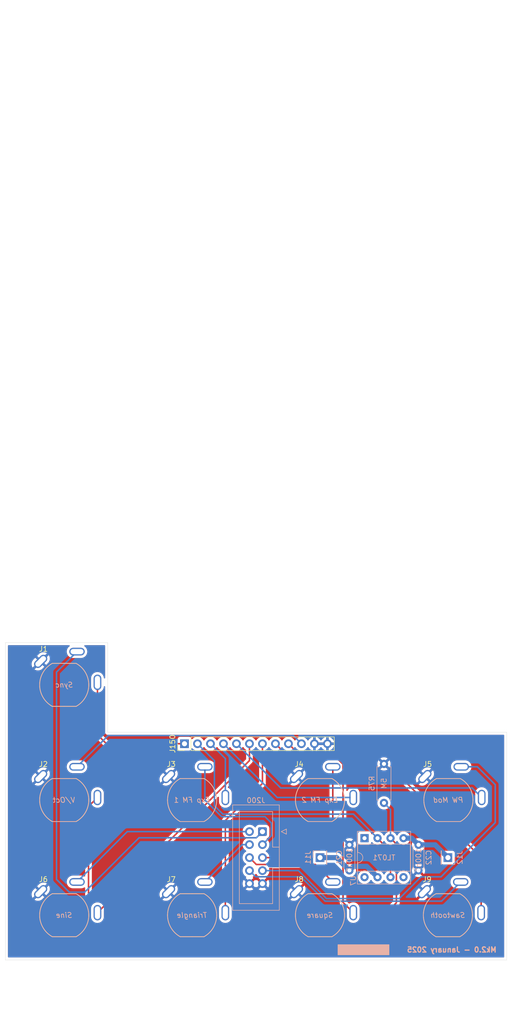
<source format=kicad_pcb>
(kicad_pcb (version 20240108) (generator "pcbnew") (generator_version "8.0")
  (title_block (title "VCO mki PCB") (date "2024-06-16") (rev "1") (company "DMH"))
  (layers (0 "F.Cu" signal) (31 "B.Cu" signal) (34 "B.Paste" user) (35 "F.Paste" user) (36 "B.SilkS" user "B.Silkscreen") (37 "F.SilkS" user "F.Silkscreen") (38 "B.Mask" user) (39 "F.Mask" user) (44 "Edge.Cuts" user))
  (net 0 "")
  (net 1 "GND")
  (net 2 "Net-(J150-Pin_1)")
  (net 3 "Net-(J150-Pin_10)")
  (net 4 "Net-(J200-Pin_1)")
  (net 5 "Net-(J200-Pin_3)")
  (net 6 "Net-(J200-Pin_4)")
  (net 7 "+12V")
  (net 8 "Net-(J200-Pin_6)")
  (net 9 "Net-(J200-Pin_7)")
  (net 10 "Net-(J200-Pin_8)")
  (net 11 "Net-(J200-Pin_9)")
  (net 12 "-12V")
  (net 13 "Net-(U7-+)")
  (net 14 "Net-(J150-Pin_3)")
  (net 15 "Net-(J150-Pin_4)")
  (net 16 "Net-(J150-Pin_5)")
  (net 17 "Net-(J150-Pin_2)")
  (net 18 "Net-(J150-Pin_7)")
  (net 19 "Net-(J150-Pin_8)")
  (net 20 "Net-(J150-Pin_6)")
  (net 21 "Net-(J150-Pin_9)")
  (net 22 "Net-(J200-Pin_2)")
  (footprint "SynthStuff:CUI_MJ-63052A" (layer "F.Cu") (at 137.5 228.75)
    (property "Reference" "J9" (at -4.075 -7 0) (layer "F.SilkS"))
    (property "Value" "TS_Jack_6.35mm_Sw")
    (property "Function" "Sawtooth" (at 0 0 0) (layer "B.SilkS") (effects (font (thickness 0.15) (italic yes)) (justify mirror)))
    (fp_line (start 0 -4.2) (end -2.35 -4.2) (stroke (width 0.15)) (layer "B.SilkS"))
    (fp_line (start 0 -4.2) (end 2.35 -4.2) (stroke (width 0.15)) (layer "B.SilkS"))
    (fp_line (start 0 4.2) (end -2.35 4.2) (stroke (width 0.15)) (layer "B.SilkS"))
    (fp_line (start 0 4.2) (end 2.35 4.2) (stroke (width 0.15)) (layer "B.SilkS"))
    (fp_arc (start -4.8 0) (mid -4.14066 -2.427948) (end -2.343778 -4.188879) (stroke (width 0.15)) (layer "B.SilkS"))
    (fp_arc (start -2.343778 4.188879) (mid -4.14066 2.427948) (end -4.8 0) (stroke (width 0.15)) (layer "B.SilkS"))
    (fp_arc (start 2.343778 -4.188879) (mid 4.14066 -2.427948) (end 4.8 0) (stroke (width 0.15)) (layer "B.SilkS"))
    (fp_arc (start 4.8 0) (mid 4.14066 2.427948) (end 2.343778 4.188879) (stroke (width 0.15)) (layer "B.SilkS"))
    (fp_line (start 0 -4.2) (end -2.35 -4.2) (stroke (width 0.15)) (layer "F.SilkS"))
    (fp_line (start 0 -4.2) (end 2.35 -4.2) (stroke (width 0.15)) (layer "F.SilkS"))
    (fp_line (start 0 4.2) (end -2.35 4.2) (stroke (width 0.15)) (layer "F.SilkS"))
    (fp_line (start 0 4.2) (end 2.35 4.2) (stroke (width 0.15)) (layer "F.SilkS"))
    (fp_arc (start -4.8 0) (mid -4.14066 -2.427948) (end -2.343778 -4.188879) (stroke (width 0.15)) (layer "F.SilkS"))
    (fp_arc (start -2.343778 4.188879) (mid -4.14066 2.427948) (end -4.8 0) (stroke (width 0.15)) (layer "F.SilkS"))
    (fp_arc (start 2.343778 -4.188879) (mid 4.14066 -2.427948) (end 4.8 0) (stroke (width 0.15)) (layer "F.SilkS"))
    (fp_arc (start 4.8 0) (mid 4.14066 2.427948) (end 2.343778 4.188879) (stroke (width 0.15)) (layer "F.SilkS"))
    (pad "S" thru_hole oval (at -4.59619 -4.59619 315) (size 1.508 3.016) (drill oval 1 2.5) (layers "*.Cu" "*.Mask") (net 1 "GND"))
    (pad "T" thru_hole oval (at 6.5 -0.5) (size 1.508 3.016) (drill oval 1 2.5) (layers "*.Cu" "*.Mask") (net 21 "Net-(J150-Pin_9)"))
    (pad "TN" thru_hole oval (at 2.5 -6.5) (size 3.016 1.508) (drill oval 2.5 1) (layers "*.Cu" "*.Mask") (net 11 "Net-(J200-Pin_9)"))
  )
  (footprint "SynthStuff:CUI_MJ-63052A" (layer "F.Cu") (at 87.5 228.75)
    (property "Reference" "J7" (at -4.075 -7 0) (layer "F.SilkS"))
    (property "Value" "TS_Jack_6.35mm_Sw")
    (property "Function" "Triangle" (at 0 0 0) (layer "B.SilkS") (effects (font (thickness 0.15) (italic yes)) (justify mirror)))
    (fp_line (start 0 -4.2) (end -2.35 -4.2) (stroke (width 0.15)) (layer "B.SilkS"))
    (fp_line (start 0 -4.2) (end 2.35 -4.2) (stroke (width 0.15)) (layer "B.SilkS"))
    (fp_line (start 0 4.2) (end -2.35 4.2) (stroke (width 0.15)) (layer "B.SilkS"))
    (fp_line (start 0 4.2) (end 2.35 4.2) (stroke (width 0.15)) (layer "B.SilkS"))
    (fp_arc (start -4.8 0) (mid -4.14066 -2.427948) (end -2.343778 -4.188879) (stroke (width 0.15)) (layer "B.SilkS"))
    (fp_arc (start -2.343778 4.188879) (mid -4.14066 2.427948) (end -4.8 0) (stroke (width 0.15)) (layer "B.SilkS"))
    (fp_arc (start 2.343778 -4.188879) (mid 4.14066 -2.427948) (end 4.8 0) (stroke (width 0.15)) (layer "B.SilkS"))
    (fp_arc (start 4.8 0) (mid 4.14066 2.427948) (end 2.343778 4.188879) (stroke (width 0.15)) (layer "B.SilkS"))
    (fp_line (start 0 -4.2) (end -2.35 -4.2) (stroke (width 0.15)) (layer "F.SilkS"))
    (fp_line (start 0 -4.2) (end 2.35 -4.2) (stroke (width 0.15)) (layer "F.SilkS"))
    (fp_line (start 0 4.2) (end -2.35 4.2) (stroke (width 0.15)) (layer "F.SilkS"))
    (fp_line (start 0 4.2) (end 2.35 4.2) (stroke (width 0.15)) (layer "F.SilkS"))
    (fp_arc (start -4.8 0) (mid -4.14066 -2.427948) (end -2.343778 -4.188879) (stroke (width 0.15)) (layer "F.SilkS"))
    (fp_arc (start -2.343778 4.188879) (mid -4.14066 2.427948) (end -4.8 0) (stroke (width 0.15)) (layer "F.SilkS"))
    (fp_arc (start 2.343778 -4.188879) (mid 4.14066 -2.427948) (end 4.8 0) (stroke (width 0.15)) (layer "F.SilkS"))
    (fp_arc (start 4.8 0) (mid 4.14066 2.427948) (end 2.343778 4.188879) (stroke (width 0.15)) (layer "F.SilkS"))
    (pad "S" thru_hole oval (at -4.59619 -4.59619 315) (size 1.508 3.016) (drill oval 1 2.5) (layers "*.Cu" "*.Mask") (net 1 "GND"))
    (pad "T" thru_hole oval (at 6.5 -0.5) (size 1.508 3.016) (drill oval 1 2.5) (layers "*.Cu" "*.Mask") (net 18 "Net-(J150-Pin_7)"))
    (pad "TN" thru_hole oval (at 2.5 -6.5) (size 3.016 1.508) (drill oval 2.5 1) (layers "*.Cu" "*.Mask") (net 9 "Net-(J200-Pin_7)"))
  )
  (footprint "SynthStuff:CUI_MJ-63052A" (layer "F.Cu") (at 62.5 183.75)
    (property "Reference" "J1" (at -4.075 -7 0) (layer "F.SilkS"))
    (property "Value" "TS_Jack_6.35mm_Sw")
    (property "Function" "Sync" (at 0 0 0) (layer "B.SilkS") (effects (font (thickness 0.15) (italic yes)) (justify mirror)))
    (fp_line (start 0 -4.2) (end -2.35 -4.2) (stroke (width 0.15)) (layer "B.SilkS"))
    (fp_line (start 0 -4.2) (end 2.35 -4.2) (stroke (width 0.15)) (layer "B.SilkS"))
    (fp_line (start 0 4.2) (end -2.35 4.2) (stroke (width 0.15)) (layer "B.SilkS"))
    (fp_line (start 0 4.2) (end 2.35 4.2) (stroke (width 0.15)) (layer "B.SilkS"))
    (fp_arc (start -4.8 0) (mid -4.14066 -2.427948) (end -2.343778 -4.188879) (stroke (width 0.15)) (layer "B.SilkS"))
    (fp_arc (start -2.343778 4.188879) (mid -4.14066 2.427948) (end -4.8 0) (stroke (width 0.15)) (layer "B.SilkS"))
    (fp_arc (start 2.343778 -4.188879) (mid 4.14066 -2.427948) (end 4.8 0) (stroke (width 0.15)) (layer "B.SilkS"))
    (fp_arc (start 4.8 0) (mid 4.14066 2.427948) (end 2.343778 4.188879) (stroke (width 0.15)) (layer "B.SilkS"))
    (fp_line (start 0 -4.2) (end -2.35 -4.2) (stroke (width 0.15)) (layer "F.SilkS"))
    (fp_line (start 0 -4.2) (end 2.35 -4.2) (stroke (width 0.15)) (layer "F.SilkS"))
    (fp_line (start 0 4.2) (end -2.35 4.2) (stroke (width 0.15)) (layer "F.SilkS"))
    (fp_line (start 0 4.2) (end 2.35 4.2) (stroke (width 0.15)) (layer "F.SilkS"))
    (fp_arc (start -4.8 0) (mid -4.14066 -2.427948) (end -2.343778 -4.188879) (stroke (width 0.15)) (layer "F.SilkS"))
    (fp_arc (start -2.343778 4.188879) (mid -4.14066 2.427948) (end -4.8 0) (stroke (width 0.15)) (layer "F.SilkS"))
    (fp_arc (start 2.343778 -4.188879) (mid 4.14066 -2.427948) (end 4.8 0) (stroke (width 0.15)) (layer "F.SilkS"))
    (fp_arc (start 4.8 0) (mid 4.14066 2.427948) (end 2.343778 4.188879) (stroke (width 0.15)) (layer "F.SilkS"))
    (pad "S" thru_hole oval (at -4.59619 -4.59619 315) (size 1.508 3.016) (drill oval 1 2.5) (layers "*.Cu" "*.Mask") (net 1 "GND"))
    (pad "T" thru_hole oval (at 6.5 -0.5) (size 1.508 3.016) (drill oval 1 2.5) (layers "*.Cu" "*.Mask") (net 2 "Net-(J150-Pin_1)"))
    (pad "TN" thru_hole oval (at 2.5 -6.5) (size 3.016 1.508) (drill oval 2.5 1) (layers "*.Cu" "*.Mask") (net 4 "Net-(J200-Pin_1)"))
  )
  (footprint "SynthStuff:CUI_MJ-63052A" (layer "F.Cu") (at 62.5 206.25)
    (property "Reference" "J2" (at -4.075 -7 0) (layer "F.SilkS"))
    (property "Value" "TS_Jack_6.35mm_Sw")
    (property "Function" "V/Oct" (at 0 0 0) (layer "B.SilkS") (effects (font (thickness 0.15) (italic yes)) (justify mirror)))
    (fp_line (start 0 -4.2) (end -2.35 -4.2) (stroke (width 0.15)) (layer "B.SilkS"))
    (fp_line (start 0 -4.2) (end 2.35 -4.2) (stroke (width 0.15)) (layer "B.SilkS"))
    (fp_line (start 0 4.2) (end -2.35 4.2) (stroke (width 0.15)) (layer "B.SilkS"))
    (fp_line (start 0 4.2) (end 2.35 4.2) (stroke (width 0.15)) (layer "B.SilkS"))
    (fp_arc (start -4.8 0) (mid -4.14066 -2.427948) (end -2.343778 -4.188879) (stroke (width 0.15)) (layer "B.SilkS"))
    (fp_arc (start -2.343778 4.188879) (mid -4.14066 2.427948) (end -4.8 0) (stroke (width 0.15)) (layer "B.SilkS"))
    (fp_arc (start 2.343778 -4.188879) (mid 4.14066 -2.427948) (end 4.8 0) (stroke (width 0.15)) (layer "B.SilkS"))
    (fp_arc (start 4.8 0) (mid 4.14066 2.427948) (end 2.343778 4.188879) (stroke (width 0.15)) (layer "B.SilkS"))
    (fp_line (start 0 -4.2) (end -2.35 -4.2) (stroke (width 0.15)) (layer "F.SilkS"))
    (fp_line (start 0 -4.2) (end 2.35 -4.2) (stroke (width 0.15)) (layer "F.SilkS"))
    (fp_line (start 0 4.2) (end -2.35 4.2) (stroke (width 0.15)) (layer "F.SilkS"))
    (fp_line (start 0 4.2) (end 2.35 4.2) (stroke (width 0.15)) (layer "F.SilkS"))
    (fp_arc (start -4.8 0) (mid -4.14066 -2.427948) (end -2.343778 -4.188879) (stroke (width 0.15)) (layer "F.SilkS"))
    (fp_arc (start -2.343778 4.188879) (mid -4.14066 2.427948) (end -4.8 0) (stroke (width 0.15)) (layer "F.SilkS"))
    (fp_arc (start 2.343778 -4.188879) (mid 4.14066 -2.427948) (end 4.8 0) (stroke (width 0.15)) (layer "F.SilkS"))
    (fp_arc (start 4.8 0) (mid 4.14066 2.427948) (end 2.343778 4.188879) (stroke (width 0.15)) (layer "F.SilkS"))
    (pad "S" thru_hole oval (at -4.59619 -4.59619 315) (size 1.508 3.016) (drill oval 1 2.5) (layers "*.Cu" "*.Mask") (net 1 "GND"))
    (pad "T" thru_hole oval (at 6.5 -0.5) (size 1.508 3.016) (drill oval 1 2.5) (layers "*.Cu" "*.Mask") (net 13 "Net-(U7-+)"))
    (pad "TN" thru_hole oval (at 2.5 -6.5) (size 3.016 1.508) (drill oval 2.5 1) (layers "*.Cu" "*.Mask") (net 3 "Net-(J150-Pin_10)"))
  )
  (footprint "SynthStuff:CUI_MJ-63052A" (layer "F.Cu") (at 137.59619 206.25)
    (property "Reference" "J5" (at -4.075 -7 0) (layer "F.SilkS"))
    (property "Value" "TS_Jack_6.35mm_Sw")
    (property "Function" "PW Mod" (at 0 0 0) (layer "B.SilkS") (effects (font (thickness 0.15) (italic yes)) (justify mirror)))
    (fp_line (start 0 -4.2) (end -2.35 -4.2) (stroke (width 0.15)) (layer "B.SilkS"))
    (fp_line (start 0 -4.2) (end 2.35 -4.2) (stroke (width 0.15)) (layer "B.SilkS"))
    (fp_line (start 0 4.2) (end -2.35 4.2) (stroke (width 0.15)) (layer "B.SilkS"))
    (fp_line (start 0 4.2) (end 2.35 4.2) (stroke (width 0.15)) (layer "B.SilkS"))
    (fp_arc (start -4.8 0) (mid -4.14066 -2.427948) (end -2.343778 -4.188879) (stroke (width 0.15)) (layer "B.SilkS"))
    (fp_arc (start -2.343778 4.188879) (mid -4.14066 2.427948) (end -4.8 0) (stroke (width 0.15)) (layer "B.SilkS"))
    (fp_arc (start 2.343778 -4.188879) (mid 4.14066 -2.427948) (end 4.8 0) (stroke (width 0.15)) (layer "B.SilkS"))
    (fp_arc (start 4.8 0) (mid 4.14066 2.427948) (end 2.343778 4.188879) (stroke (width 0.15)) (layer "B.SilkS"))
    (fp_line (start 0 -4.2) (end -2.35 -4.2) (stroke (width 0.15)) (layer "F.SilkS"))
    (fp_line (start 0 -4.2) (end 2.35 -4.2) (stroke (width 0.15)) (layer "F.SilkS"))
    (fp_line (start 0 4.2) (end -2.35 4.2) (stroke (width 0.15)) (layer "F.SilkS"))
    (fp_line (start 0 4.2) (end 2.35 4.2) (stroke (width 0.15)) (layer "F.SilkS"))
    (fp_arc (start -4.8 0) (mid -4.14066 -2.427948) (end -2.343778 -4.188879) (stroke (width 0.15)) (layer "F.SilkS"))
    (fp_arc (start -2.343778 4.188879) (mid -4.14066 2.427948) (end -4.8 0) (stroke (width 0.15)) (layer "F.SilkS"))
    (fp_arc (start 2.343778 -4.188879) (mid 4.14066 -2.427948) (end 4.8 0) (stroke (width 0.15)) (layer "F.SilkS"))
    (fp_arc (start 4.8 0) (mid 4.14066 2.427948) (end 2.343778 4.188879) (stroke (width 0.15)) (layer "F.SilkS"))
    (pad "S" thru_hole oval (at -4.59619 -4.59619 315) (size 1.508 3.016) (drill oval 1 2.5) (layers "*.Cu" "*.Mask") (net 1 "GND"))
    (pad "T" thru_hole oval (at 6.5 -0.5) (size 1.508 3.016) (drill oval 1 2.5) (layers "*.Cu" "*.Mask") (net 16 "Net-(J150-Pin_5)"))
    (pad "TN" thru_hole oval (at 2.5 -6.5) (size 3.016 1.508) (drill oval 2.5 1) (layers "*.Cu" "*.Mask") (net 6 "Net-(J200-Pin_4)"))
  )
  (footprint "SynthStuff:CUI_MJ-63052A" (layer "F.Cu") (at 87.5 206.25)
    (property "Reference" "J3" (at -4.075 -7 0) (layer "F.SilkS"))
    (property "Value" "TS_Jack_6.35mm_Sw")
    (property "Function" "Exp FM 1" (at 0 0 0) (layer "B.SilkS") (effects (font (thickness 0.15) (italic yes)) (justify mirror)))
    (fp_line (start 0 -4.2) (end -2.35 -4.2) (stroke (width 0.15)) (layer "B.SilkS"))
    (fp_line (start 0 -4.2) (end 2.35 -4.2) (stroke (width 0.15)) (layer "B.SilkS"))
    (fp_line (start 0 4.2) (end -2.35 4.2) (stroke (width 0.15)) (layer "B.SilkS"))
    (fp_line (start 0 4.2) (end 2.35 4.2) (stroke (width 0.15)) (layer "B.SilkS"))
    (fp_arc (start -4.8 0) (mid -4.14066 -2.427948) (end -2.343778 -4.188879) (stroke (width 0.15)) (layer "B.SilkS"))
    (fp_arc (start -2.343778 4.188879) (mid -4.14066 2.427948) (end -4.8 0) (stroke (width 0.15)) (layer "B.SilkS"))
    (fp_arc (start 2.343778 -4.188879) (mid 4.14066 -2.427948) (end 4.8 0) (stroke (width 0.15)) (layer "B.SilkS"))
    (fp_arc (start 4.8 0) (mid 4.14066 2.427948) (end 2.343778 4.188879) (stroke (width 0.15)) (layer "B.SilkS"))
    (fp_line (start 0 -4.2) (end -2.35 -4.2) (stroke (width 0.15)) (layer "F.SilkS"))
    (fp_line (start 0 -4.2) (end 2.35 -4.2) (stroke (width 0.15)) (layer "F.SilkS"))
    (fp_line (start 0 4.2) (end -2.35 4.2) (stroke (width 0.15)) (layer "F.SilkS"))
    (fp_line (start 0 4.2) (end 2.35 4.2) (stroke (width 0.15)) (layer "F.SilkS"))
    (fp_arc (start -4.8 0) (mid -4.14066 -2.427948) (end -2.343778 -4.188879) (stroke (width 0.15)) (layer "F.SilkS"))
    (fp_arc (start -2.343778 4.188879) (mid -4.14066 2.427948) (end -4.8 0) (stroke (width 0.15)) (layer "F.SilkS"))
    (fp_arc (start 2.343778 -4.188879) (mid 4.14066 -2.427948) (end 4.8 0) (stroke (width 0.15)) (layer "F.SilkS"))
    (fp_arc (start 4.8 0) (mid 4.14066 2.427948) (end 2.343778 4.188879) (stroke (width 0.15)) (layer "F.SilkS"))
    (pad "S" thru_hole oval (at -4.59619 -4.59619 315) (size 1.508 3.016) (drill oval 1 2.5) (layers "*.Cu" "*.Mask") (net 1 "GND"))
    (pad "T" thru_hole oval (at 6.5 -0.5) (size 1.508 3.016) (drill oval 1 2.5) (layers "*.Cu" "*.Mask") (net 14 "Net-(J150-Pin_3)"))
    (pad "TN" thru_hole oval (at 2.5 -6.5) (size 3.016 1.508) (drill oval 2.5 1) (layers "*.Cu" "*.Mask") (net 22 "Net-(J200-Pin_2)"))
  )
  (footprint "SynthStuff:CUI_MJ-63052A" (layer "F.Cu") (at 112.5 228.75)
    (property "Reference" "J8" (at -4.075 -7 0) (layer "F.SilkS"))
    (property "Value" "TS_Jack_6.35mm_Sw")
    (property "Function" "Square" (at 0 0 0) (layer "B.SilkS") (effects (font (thickness 0.15) (italic yes)) (justify mirror)))
    (fp_line (start 0 -4.2) (end -2.35 -4.2) (stroke (width 0.15)) (layer "B.SilkS"))
    (fp_line (start 0 -4.2) (end 2.35 -4.2) (stroke (width 0.15)) (layer "B.SilkS"))
    (fp_line (start 0 4.2) (end -2.35 4.2) (stroke (width 0.15)) (layer "B.SilkS"))
    (fp_line (start 0 4.2) (end 2.35 4.2) (stroke (width 0.15)) (layer "B.SilkS"))
    (fp_arc (start -4.8 0) (mid -4.14066 -2.427948) (end -2.343778 -4.188879) (stroke (width 0.15)) (layer "B.SilkS"))
    (fp_arc (start -2.343778 4.188879) (mid -4.14066 2.427948) (end -4.8 0) (stroke (width 0.15)) (layer "B.SilkS"))
    (fp_arc (start 2.343778 -4.188879) (mid 4.14066 -2.427948) (end 4.8 0) (stroke (width 0.15)) (layer "B.SilkS"))
    (fp_arc (start 4.8 0) (mid 4.14066 2.427948) (end 2.343778 4.188879) (stroke (width 0.15)) (layer "B.SilkS"))
    (fp_line (start 0 -4.2) (end -2.35 -4.2) (stroke (width 0.15)) (layer "F.SilkS"))
    (fp_line (start 0 -4.2) (end 2.35 -4.2) (stroke (width 0.15)) (layer "F.SilkS"))
    (fp_line (start 0 4.2) (end -2.35 4.2) (stroke (width 0.15)) (layer "F.SilkS"))
    (fp_line (start 0 4.2) (end 2.35 4.2) (stroke (width 0.15)) (layer "F.SilkS"))
    (fp_arc (start -4.8 0) (mid -4.14066 -2.427948) (end -2.343778 -4.188879) (stroke (width 0.15)) (layer "F.SilkS"))
    (fp_arc (start -2.343778 4.188879) (mid -4.14066 2.427948) (end -4.8 0) (stroke (width 0.15)) (layer "F.SilkS"))
    (fp_arc (start 2.343778 -4.188879) (mid 4.14066 -2.427948) (end 4.8 0) (stroke (width 0.15)) (layer "F.SilkS"))
    (fp_arc (start 4.8 0) (mid 4.14066 2.427948) (end 2.343778 4.188879) (stroke (width 0.15)) (layer "F.SilkS"))
    (pad "S" thru_hole oval (at -4.59619 -4.59619 315) (size 1.508 3.016) (drill oval 1 2.5) (layers "*.Cu" "*.Mask") (net 1 "GND"))
    (pad "T" thru_hole oval (at 6.5 -0.5) (size 1.508 3.016) (drill oval 1 2.5) (layers "*.Cu" "*.Mask") (net 19 "Net-(J150-Pin_8)"))
    (pad "TN" thru_hole oval (at 2.5 -6.5) (size 3.016 1.508) (drill oval 2.5 1) (layers "*.Cu" "*.Mask") (net 10 "Net-(J200-Pin_8)"))
  )
  (footprint "SynthStuff:CUI_MJ-63052A" (layer "F.Cu") (at 112.5 206.25)
    (property "Reference" "J4" (at -4.075 -7 0) (layer "F.SilkS"))
    (property "Value" "TS_Jack_6.35mm_Sw")
    (property "Function" "Exp FM 2" (at 0 0 0) (layer "B.SilkS") (effects (font (thickness 0.15) (italic yes)) (justify mirror)))
    (fp_line (start 0 -4.2) (end -2.35 -4.2) (stroke (width 0.15)) (layer "B.SilkS"))
    (fp_line (start 0 -4.2) (end 2.35 -4.2) (stroke (width 0.15)) (layer "B.SilkS"))
    (fp_line (start 0 4.2) (end -2.35 4.2) (stroke (width 0.15)) (layer "B.SilkS"))
    (fp_line (start 0 4.2) (end 2.35 4.2) (stroke (width 0.15)) (layer "B.SilkS"))
    (fp_arc (start -4.8 0) (mid -4.14066 -2.427948) (end -2.343778 -4.188879) (stroke (width 0.15)) (layer "B.SilkS"))
    (fp_arc (start -2.343778 4.188879) (mid -4.14066 2.427948) (end -4.8 0) (stroke (width 0.15)) (layer "B.SilkS"))
    (fp_arc (start 2.343778 -4.188879) (mid 4.14066 -2.427948) (end 4.8 0) (stroke (width 0.15)) (layer "B.SilkS"))
    (fp_arc (start 4.8 0) (mid 4.14066 2.427948) (end 2.343778 4.188879) (stroke (width 0.15)) (layer "B.SilkS"))
    (fp_line (start 0 -4.2) (end -2.35 -4.2) (stroke (width 0.15)) (layer "F.SilkS"))
    (fp_line (start 0 -4.2) (end 2.35 -4.2) (stroke (width 0.15)) (layer "F.SilkS"))
    (fp_line (start 0 4.2) (end -2.35 4.2) (stroke (width 0.15)) (layer "F.SilkS"))
    (fp_line (start 0 4.2) (end 2.35 4.2) (stroke (width 0.15)) (layer "F.SilkS"))
    (fp_arc (start -4.8 0) (mid -4.14066 -2.427948) (end -2.343778 -4.188879) (stroke (width 0.15)) (layer "F.SilkS"))
    (fp_arc (start -2.343778 4.188879) (mid -4.14066 2.427948) (end -4.8 0) (stroke (width 0.15)) (layer "F.SilkS"))
    (fp_arc (start 2.343778 -4.188879) (mid 4.14066 -2.427948) (end 4.8 0) (stroke (width 0.15)) (layer "F.SilkS"))
    (fp_arc (start 4.8 0) (mid 4.14066 2.427948) (end 2.343778 4.188879) (stroke (width 0.15)) (layer "F.SilkS"))
    (pad "S" thru_hole oval (at -4.59619 -4.59619 315) (size 1.508 3.016) (drill oval 1 2.5) (layers "*.Cu" "*.Mask") (net 1 "GND"))
    (pad "T" thru_hole oval (at 6.5 -0.5) (size 1.508 3.016) (drill oval 1 2.5) (layers "*.Cu" "*.Mask") (net 15 "Net-(J150-Pin_4)"))
    (pad "TN" thru_hole oval (at 2.5 -6.5) (size 3.016 1.508) (drill oval 2.5 1) (layers "*.Cu" "*.Mask") (net 5 "Net-(J200-Pin_3)"))
  )
  (footprint "SynthStuff:CUI_MJ-63052A" (layer "F.Cu") (at 62.5 228.75)
    (property "Reference" "J6" (at -4.075 -7 0) (layer "F.SilkS"))
    (property "Value" "TS_Jack_6.35mm_Sw")
    (property "Function" "Sine" (at 0 0 0) (layer "B.SilkS") (effects (font (thickness 0.15) (italic yes)) (justify mirror)))
    (fp_line (start 0 -4.2) (end -2.35 -4.2) (stroke (width 0.15)) (layer "B.SilkS"))
    (fp_line (start 0 -4.2) (end 2.35 -4.2) (stroke (width 0.15)) (layer "B.SilkS"))
    (fp_line (start 0 4.2) (end -2.35 4.2) (stroke (width 0.15)) (layer "B.SilkS"))
    (fp_line (start 0 4.2) (end 2.35 4.2) (stroke (width 0.15)) (layer "B.SilkS"))
    (fp_arc (start -4.8 0) (mid -4.14066 -2.427948) (end -2.343778 -4.188879) (stroke (width 0.15)) (layer "B.SilkS"))
    (fp_arc (start -2.343778 4.188879) (mid -4.14066 2.427948) (end -4.8 0) (stroke (width 0.15)) (layer "B.SilkS"))
    (fp_arc (start 2.343778 -4.188879) (mid 4.14066 -2.427948) (end 4.8 0) (stroke (width 0.15)) (layer "B.SilkS"))
    (fp_arc (start 4.8 0) (mid 4.14066 2.427948) (end 2.343778 4.188879) (stroke (width 0.15)) (layer "B.SilkS"))
    (fp_line (start 0 -4.2) (end -2.35 -4.2) (stroke (width 0.15)) (layer "F.SilkS"))
    (fp_line (start 0 -4.2) (end 2.35 -4.2) (stroke (width 0.15)) (layer "F.SilkS"))
    (fp_line (start 0 4.2) (end -2.35 4.2) (stroke (width 0.15)) (layer "F.SilkS"))
    (fp_line (start 0 4.2) (end 2.35 4.2) (stroke (width 0.15)) (layer "F.SilkS"))
    (fp_arc (start -4.8 0) (mid -4.14066 -2.427948) (end -2.343778 -4.188879) (stroke (width 0.15)) (layer "F.SilkS"))
    (fp_arc (start -2.343778 4.188879) (mid -4.14066 2.427948) (end -4.8 0) (stroke (width 0.15)) (layer "F.SilkS"))
    (fp_arc (start 2.343778 -4.188879) (mid 4.14066 -2.427948) (end 4.8 0) (stroke (width 0.15)) (layer "F.SilkS"))
    (fp_arc (start 4.8 0) (mid 4.14066 2.427948) (end 2.343778 4.188879) (stroke (width 0.15)) (layer "F.SilkS"))
    (pad "S" thru_hole oval (at -4.59619 -4.59619 315) (size 1.508 3.016) (drill oval 1 2.5) (layers "*.Cu" "*.Mask") (net 1 "GND"))
    (pad "T" thru_hole oval (at 6.5 -0.5) (size 1.508 3.016) (drill oval 1 2.5) (layers "*.Cu" "*.Mask") (net 20 "Net-(J150-Pin_6)"))
    (pad "TN" thru_hole oval (at 2.5 -6.5) (size 3.016 1.508) (drill oval 2.5 1) (layers "*.Cu" "*.Mask") (net 8 "Net-(J200-Pin_6)"))
  )
  (footprint "Connector_PinHeader_2.54mm:PinHeader_1x12_P2.54mm_Vertical" (layer "F.Cu") (at 86.01 195.25 90)
    (property "Reference" "J150" (at 0 -2.33 90) (layer "F.SilkS"))
    (property "Value" "Conn_01x12")
    (fp_line (start -1.33 -1.33) (end 0 -1.33) (stroke (width 0.12)) (layer "F.SilkS"))
    (fp_line (start -1.33 0) (end -1.33 -1.33) (stroke (width 0.12)) (layer "F.SilkS"))
    (fp_line (start 1.33 1.27) (end 1.33 29.27) (stroke (width 0.12)) (layer "F.SilkS"))
    (fp_line (start -1.33 1.27) (end 1.33 1.27) (stroke (width 0.12)) (layer "F.SilkS"))
    (fp_line (start -1.33 1.27) (end -1.33 29.27) (stroke (width 0.12)) (layer "F.SilkS"))
    (fp_line (start -1.33 29.27) (end 1.33 29.27) (stroke (width 0.12)) (layer "F.SilkS"))
    (pad "1" thru_hole rect (at 0 0 90) (size 1.7 1.7) (drill 1) (layers "*.Cu" "*.Mask") (net 2 "Net-(J150-Pin_1)"))
    (pad "2" thru_hole oval (at 0 2.54 90) (size 1.7 1.7) (drill 1) (layers "*.Cu" "*.Mask") (net 17 "Net-(J150-Pin_2)"))
    (pad "3" thru_hole oval (at 0 5.08 90) (size 1.7 1.7) (drill 1) (layers "*.Cu" "*.Mask") (net 14 "Net-(J150-Pin_3)"))
    (pad "4" thru_hole oval (at 0 7.62 90) (size 1.7 1.7) (drill 1) (layers "*.Cu" "*.Mask") (net 15 "Net-(J150-Pin_4)"))
    (pad "5" thru_hole oval (at 0 10.16 90) (size 1.7 1.7) (drill 1) (layers "*.Cu" "*.Mask") (net 16 "Net-(J150-Pin_5)"))
    (pad "6" thru_hole oval (at 0 12.7 90) (size 1.7 1.7) (drill 1) (layers "*.Cu" "*.Mask") (net 20 "Net-(J150-Pin_6)"))
    (pad "7" thru_hole oval (at 0 15.24 90) (size 1.7 1.7) (drill 1) (layers "*.Cu" "*.Mask") (net 18 "Net-(J150-Pin_7)"))
    (pad "8" thru_hole oval (at 0 17.78 90) (size 1.7 1.7) (drill 1) (layers "*.Cu" "*.Mask") (net 19 "Net-(J150-Pin_8)"))
    (pad "9" thru_hole oval (at 0 20.32 90) (size 1.7 1.7) (drill 1) (layers "*.Cu" "*.Mask") (net 21 "Net-(J150-Pin_9)"))
    (pad "10" thru_hole oval (at 0 22.86 90) (size 1.7 1.7) (drill 1) (layers "*.Cu" "*.Mask") (net 3 "Net-(J150-Pin_10)"))
    (pad "11" thru_hole oval (at 0 25.4 90) (size 1.7 1.7) (drill 1) (layers "*.Cu" "*.Mask") (net 1 "GND"))
    (pad "12" thru_hole oval (at 0 27.94 90) (size 1.7 1.7) (drill 1) (layers "*.Cu" "*.Mask") (net 1 "GND"))
  )
  (footprint "Capacitor_THT:C_Disc_D4.3mm_W1.9mm_P5.00mm" (layer "B.Cu") (at 118.25 220 90)
    (property "Reference" "C21" (at 2.5 -2 90) (layer "B.SilkS") (effects (justify mirror)))
    (property "Value" "100nF" (at 2 0 90) (layer "B.SilkS") (effects (justify mirror)))
    (fp_line (start 4.77 -1.07) (end 0.23 -1.07) (stroke (width 0.12)) (layer "B.SilkS"))
    (fp_line (start 4.77 -1.07) (end 4.77 -1.055) (stroke (width 0.12)) (layer "B.SilkS"))
    (fp_line (start 0.23 -1.07) (end 0.23 -1.055) (stroke (width 0.12)) (layer "B.SilkS"))
    (fp_line (start 4.77 1.055) (end 4.77 1.07) (stroke (width 0.12)) (layer "B.SilkS"))
    (fp_line (start 0.23 1.055) (end 0.23 1.07) (stroke (width 0.12)) (layer "B.SilkS"))
    (fp_line (start 4.77 1.07) (end 0.23 1.07) (stroke (width 0.12)) (layer "B.SilkS"))
    (pad "1" thru_hole circle (at 0 0 90) (size 1.6 1.6) (drill 0.8) (layers "*.Cu" "*.Mask") (net 7 "+12V"))
    (pad "2" thru_hole circle (at 5 0 90) (size 1.6 1.6) (drill 0.8) (layers "*.Cu" "*.Mask") (net 1 "GND"))
  )
  (footprint "Connector_PinHeader_2.54mm:PinHeader_1x01_P2.54mm_Vertical" (layer "B.Cu") (at 137.5 217.5 90)
    (property "Reference" "J12" (at 0 2.33 90) (layer "B.SilkS") (effects (justify mirror)))
    (property "Value" "Conn_01x01" (hide yes))
    (fp_line (start 1.33 -1.33) (end -1.33 -1.33) (stroke (width 0.12)) (layer "B.SilkS"))
    (fp_line (start 1.33 -1.33) (end 1.33 -1.27) (stroke (width 0.12)) (layer "B.SilkS"))
    (fp_line (start -1.33 -1.33) (end -1.33 -1.27) (stroke (width 0.12)) (layer "B.SilkS"))
    (fp_line (start 1.33 -1.27) (end -1.33 -1.27) (stroke (width 0.12)) (layer "B.SilkS"))
    (fp_line (start 0 1.33) (end -1.33 1.33) (stroke (width 0.12)) (layer "B.SilkS"))
    (fp_line (start -1.33 1.33) (end -1.33 0) (stroke (width 0.12)) (layer "B.SilkS"))
    (pad "1" thru_hole rect (at 0 0 90) (size 1.7 1.7) (drill 1) (layers "*.Cu" "*.Mask") (net 12 "-12V"))
  )
  (footprint "Connector_PinHeader_2.54mm:PinHeader_1x01_P2.54mm_Vertical" (layer "B.Cu") (at 112.5 217.5 -90)
    (property "Reference" "J11" (at 0 2.33 90) (layer "B.SilkS") (effects (justify mirror)))
    (property "Value" "Conn_01x01" (hide yes))
    (fp_line (start -1.33 1.33) (end -1.33 0) (stroke (width 0.12)) (layer "B.SilkS"))
    (fp_line (start 0 1.33) (end -1.33 1.33) (stroke (width 0.12)) (layer "B.SilkS"))
    (fp_line (start 1.33 -1.27) (end -1.33 -1.27) (stroke (width 0.12)) (layer "B.SilkS"))
    (fp_line (start -1.33 -1.33) (end -1.33 -1.27) (stroke (width 0.12)) (layer "B.SilkS"))
    (fp_line (start 1.33 -1.33) (end 1.33 -1.27) (stroke (width 0.12)) (layer "B.SilkS"))
    (fp_line (start 1.33 -1.33) (end -1.33 -1.33) (stroke (width 0.12)) (layer "B.SilkS"))
    (pad "1" thru_hole rect (at 0 0 270) (size 1.7 1.7) (drill 1) (layers "*.Cu" "*.Mask") (net 7 "+12V"))
  )
  (footprint "Package_DIP:DIP-8_W7.62mm_Socket" (layer "B.Cu") (at 121.2 213.7 -90)
    (property "Reference" "U7" (at 8.3 2.2 90) (layer "B.SilkS") (effects (justify mirror)))
    (property "Value" "TL071" (at 3.8 -3.8 360) (layer "B.SilkS") (effects (justify mirror)))
    (fp_line (start -1.33 1.39) (end 8.95 1.39) (stroke (width 0.12)) (layer "B.SilkS"))
    (fp_line (start 8.95 1.39) (end 8.95 -9.01) (stroke (width 0.12)) (layer "B.SilkS"))
    (fp_line (start 1.16 1.33) (end 2.81 1.33) (stroke (width 0.12)) (layer "B.SilkS"))
    (fp_line (start 4.81 1.33) (end 6.46 1.33) (stroke (width 0.12)) (layer "B.SilkS"))
    (fp_line (start 6.46 1.33) (end 6.46 -8.95) (stroke (width 0.12)) (layer "B.SilkS"))
    (fp_line (start 1.16 -8.95) (end 1.16 1.33) (stroke (width 0.12)) (layer "B.SilkS"))
    (fp_line (start 6.46 -8.95) (end 1.16 -8.95) (stroke (width 0.12)) (layer "B.SilkS"))
    (fp_line (start -1.33 -9.01) (end -1.33 1.39) (stroke (width 0.12)) (layer "B.SilkS"))
    (fp_line (start 8.95 -9.01) (end -1.33 -9.01) (stroke (width 0.12)) (layer "B.SilkS"))
    (fp_arc (start 2.81 1.33) (mid 3.81 0.33) (end 4.81 1.33) (stroke (width 0.12)) (layer "B.SilkS"))
    (pad "1" thru_hole rect (at 0 0 270) (size 1.6 1.6) (drill 0.8) (layers "*.Cu" "*.Mask"))
    (pad "2" thru_hole oval (at 0 -2.54 270) (size 1.6 1.6) (drill 0.8) (layers "*.Cu" "*.Mask") (net 17 "Net-(J150-Pin_2)"))
    (pad "3" thru_hole oval (at 0 -5.08 270) (size 1.6 1.6) (drill 0.8) (layers "*.Cu" "*.Mask") (net 13 "Net-(U7-+)"))
    (pad "4" thru_hole oval (at 0 -7.62 270) (size 1.6 1.6) (drill 0.8) (layers "*.Cu" "*.Mask") (net 12 "-12V"))
    (pad "5" thru_hole oval (at 7.62 -7.62 270) (size 1.6 1.6) (drill 0.8) (layers "*.Cu" "*.Mask"))
    (pad "6" thru_hole oval (at 7.62 -5.08 270) (size 1.6 1.6) (drill 0.8) (layers "*.Cu" "*.Mask") (net 17 "Net-(J150-Pin_2)"))
    (pad "7" thru_hole oval (at 7.62 -2.54 270) (size 1.6 1.6) (drill 0.8) (layers "*.Cu" "*.Mask") (net 7 "+12V"))
    (pad "8" thru_hole oval (at 7.62 0 270) (size 1.6 1.6) (drill 0.8) (layers "*.Cu" "*.Mask"))
  )
  (footprint "SynthStuff:IDC-Header_2x05_P2.54mm_Vertical_BackBone" (layer "B.Cu") (at 101.2525 212.42 180)
    (property "Reference" "J200" (at 1.27 6.1 0) (layer "B.SilkS") (effects (justify mirror)))
    (property "Value" "IDC_02x05")
    (fp_line (start 5.83 5.21) (end -3.29 5.21) (stroke (width 0.12)) (layer "B.SilkS"))
    (fp_line (start 5.83 -15.37) (end 5.83 5.21) (stroke (width 0.12)) (layer "B.SilkS"))
    (fp_line (start 4.52 3.91) (end -1.98 3.91) (stroke (width 0.12)) (layer "B.SilkS"))
    (fp_line (start 4.52 -14.07) (end 4.52 3.91) (stroke (width 0.12)) (layer "B.SilkS"))
    (fp_line (start -1.98 3.91) (end -1.98 -3.03) (stroke (width 0.12)) (layer "B.SilkS"))
    (fp_line (start -1.98 -3.03) (end -3.29 -3.03) (stroke (width 0.12)) (layer "B.SilkS"))
    (fp_line (start -1.98 -7.13) (end -1.98 -7.13) (stroke (width 0.12)) (layer "B.SilkS"))
    (fp_line (start -1.98 -7.13) (end -1.98 -14.07) (stroke (width 0.12)) (layer "B.SilkS"))
    (fp_line (start -1.98 -14.07) (end 4.52 -14.07) (stroke (width 0.12)) (layer "B.SilkS"))
    (fp_line (start -3.29 5.21) (end -3.29 -15.37) (stroke (width 0.12)) (layer "B.SilkS"))
    (fp_line (start -3.29 -7.13) (end -1.98 -7.13) (stroke (width 0.12)) (layer "B.SilkS"))
    (fp_line (start -3.29 -15.37) (end 5.83 -15.37) (stroke (width 0.12)) (layer "B.SilkS"))
    (fp_line (start -3.68 0) (end -4.68 -0.5) (stroke (width 0.12)) (layer "B.SilkS"))
    (fp_line (start -4.68 0.5) (end -3.68 0) (stroke (width 0.12)) (layer "B.SilkS"))
    (fp_line (start -4.68 -0.5) (end -4.68 0.5) (stroke (width 0.12)) (layer "B.SilkS"))
    (pad "1" thru_hole roundrect (at 0 0 180) (size 1.7 1.7) (drill 1) (layers "*.Cu" "*.Mask") (roundrect_rratio 0.147059) (net 4 "Net-(J200-Pin_1)"))
    (pad "2" thru_hole circle (at 0 -2.54 180) (size 1.7 1.7) (drill 1) (layers "*.Cu" "*.Mask") (net 22 "Net-(J200-Pin_2)"))
    (pad "3" thru_hole circle (at 0 -5.08 180) (size 1.7 1.7) (drill 1) (layers "*.Cu" "*.Mask") (net 5 "Net-(J200-Pin_3)"))
    (pad "4" thru_hole circle (at 0 -7.62 180) (size 1.7 1.7) (drill 1) (layers "*.Cu" "*.Mask") (net 6 "Net-(J200-Pin_4)"))
    (pad "5" thru_hole circle (at 0 -10.16 180) (size 1.7 1.7) (drill 1) (layers "*.Cu" "*.Mask") (net 1 "GND"))
    (pad "6" thru_hole circle (at 2.54 0 180) (size 1.7 1.7) (drill 1) (layers "*.Cu" "*.Mask") (net 8 "Net-(J200-Pin_6)"))
    (pad "7" thru_hole circle (at 2.54 -2.54 180) (size 1.7 1.7) (drill 1) (layers "*.Cu" "*.Mask") (net 9 "Net-(J200-Pin_7)"))
    (pad "8" thru_hole circle (at 2.54 -5.08 180) (size 1.7 1.7) (drill 1) (layers "*.Cu" "*.Mask") (net 10 "Net-(J200-Pin_8)"))
    (pad "9" thru_hole circle (at 2.54 -7.62 180) (size 1.7 1.7) (drill 1) (layers "*.Cu" "*.Mask") (net 11 "Net-(J200-Pin_9)"))
    (pad "10" thru_hole circle (at 2.54 -10.16 180) (size 1.7 1.7) (drill 1) (layers "*.Cu" "*.Mask") (net 1 "GND"))
  )
  (footprint "Capacitor_THT:C_Disc_D4.3mm_W1.9mm_P5.00mm" (layer "B.Cu") (at 131.75 215 -90)
    (property "Reference" "C22" (at 2.5 -2 90) (layer "B.SilkS") (effects (justify mirror)))
    (property "Value" "100nF" (at 3 0 90) (layer "B.SilkS") (effects (justify mirror)))
    (fp_line (start 4.77 1.07) (end 0.23 1.07) (stroke (width 0.12)) (layer "B.SilkS"))
    (fp_line (start 0.23 1.055) (end 0.23 1.07) (stroke (width 0.12)) (layer "B.SilkS"))
    (fp_line (start 4.77 1.055) (end 4.77 1.07) (stroke (width 0.12)) (layer "B.SilkS"))
    (fp_line (start 0.23 -1.07) (end 0.23 -1.055) (stroke (width 0.12)) (layer "B.SilkS"))
    (fp_line (start 4.77 -1.07) (end 4.77 -1.055) (stroke (width 0.12)) (layer "B.SilkS"))
    (fp_line (start 4.77 -1.07) (end 0.23 -1.07) (stroke (width 0.12)) (layer "B.SilkS"))
    (pad "1" thru_hole circle (at 0 0 270) (size 1.6 1.6) (drill 0.8) (layers "*.Cu" "*.Mask") (net 12 "-12V"))
    (pad "2" thru_hole circle (at 5 0 270) (size 1.6 1.6) (drill 0.8) (layers "*.Cu" "*.Mask") (net 1 "GND"))
  )
  (footprint "Resistor_THT:R_Axial_DIN0207_L6.3mm_D2.5mm_P7.62mm_Horizontal" (layer "B.Cu") (at 125 199.19 -90)
    (property "Reference" "R75" (at 3.81 2.37 90) (layer "B.SilkS") (effects (justify mirror)))
    (property "Value" "5M" (at 3.81 0 90) (layer "B.SilkS") (effects (justify mirror)))
    (fp_line (start 0.54 1.37) (end 0.54 1.04) (stroke (width 0.12)) (layer "B.SilkS"))
    (fp_line (start 7.08 1.37) (end 0.54 1.37) (stroke (width 0.12)) (layer "B.SilkS"))
    (fp_line (start 7.08 1.04) (end 7.08 1.37) (stroke (width 0.12)) (layer "B.SilkS"))
    (fp_line (start 7.08 -1.04) (end 7.08 -1.37) (stroke (width 0.12)) (layer "B.SilkS"))
    (fp_line (start 0.54 -1.37) (end 0.54 -1.04) (stroke (width 0.12)) (layer "B.SilkS"))
    (fp_line (start 7.08 -1.37) (end 0.54 -1.37) (stroke (width 0.12)) (layer "B.SilkS"))
    (pad "1" thru_hole circle (at 0 0 270) (size 1.6 1.6) (drill 0.8) (layers "*.Cu" "*.Mask") (net 1 "GND"))
    (pad "2" thru_hole oval (at 7.62 0 270) (size 1.6 1.6) (drill 0.8) (layers "*.Cu" "*.Mask") (net 13 "Net-(U7-+)"))
  )
  (gr_rect (start 116 234.5) (end 126 236.5) (stroke (width 0.1)) (fill solid) (layer "B.SilkS"))
  (gr_line (start 51 175.5) (end 71 175.5) (stroke (width 0.05)) (layer "Edge.Cuts"))
  (gr_line (start 71 175.5) (end 71 193) (stroke (width 0.05)) (layer "Edge.Cuts"))
  (gr_line (start 51 237.5) (end 149 237.5) (stroke (width 0.05)) (layer "Edge.Cuts"))
  (gr_line (start 51 175.5) (end 51 237.5) (stroke (width 0.05)) (layer "Edge.Cuts"))
  (gr_line (start 71 193) (end 149 193) (stroke (width 0.05)) (layer "Edge.Cuts"))
  (gr_line (start 149 237.5) (end 149 193) (stroke (width 0.05)) (layer "Edge.Cuts"))
  (gr_text "Mk2.0 - January 2025" (at 138.25 235.5 0) (layer "B.SilkS") (effects (font (size 1 1) (thickness 0.25) (bold yes)) (justify mirror)))
  (segment (start 69 193.5) (end 70.75 195.25) (width 0.3) (layer "F.Cu") (net 2))
  (segment (start 69 183.25) (end 69 193.5) (width 0.3) (layer "F.Cu") (net 2))
  (segment (start 70.75 195.25) (end 86.01 195.25) (width 0.3) (layer "F.Cu") (net 2))
  (segment (start 108.75 195.13) (end 108.87 195.25) (width 0.3) (layer "F.Cu") (net 3))
  (segment (start 107.27 193.65) (end 108.87 195.25) (width 0.3) (layer "B.Cu") (net 3))
  (segment (start 65 199.75) (end 71.1 193.65) (width 0.3) (layer "B.Cu") (net 3))
  (segment (start 71.1 193.65) (end 107.27 193.65) (width 0.3) (layer "B.Cu") (net 3))
  (segment (start 66.5 224.25) (end 77.13 213.62) (width 0.3) (layer "B.Cu") (net 4))
  (segment (start 100.0525 213.62) (end 101.2525 212.42) (width 0.3) (layer "B.Cu") (net 4))
  (segment (start 77.13 213.62) (end 100.0525 213.62) (width 0.3) (layer "B.Cu") (net 4))
  (segment (start 65 177.25) (end 61 181.25) (width 0.3) (layer "B.Cu") (net 4))
  (segment (start 61 181.25) (end 61 221.75) (width 0.3) (layer "B.Cu") (net 4))
  (segment (start 61 221.75) (end 63.5 224.25) (width 0.3) (layer "B.Cu") (net 4))
  (segment (start 63.5 224.25) (end 66.5 224.25) (width 0.3) (layer "B.Cu") (net 4))
  (segment (start 109.25 217.5) (end 115 211.75) (width 0.3) (layer "F.Cu") (net 5))
  (segment (start 115 211.75) (end 115 199.75) (width 0.3) (layer "F.Cu") (net 5))
  (segment (start 101.2525 217.5) (end 109.25 217.5) (width 0.3) (layer "F.Cu") (net 5))
  (segment (start 113.75 225.5) (end 128 225.5) (width 0.3) (layer "B.Cu") (net 6))
  (segment (start 136.15 221.25) (end 146.75 210.65) (width 0.3) (layer "B.Cu") (net 6))
  (segment (start 101.2525 220.04) (end 108.29 220.04) (width 0.3) (layer "B.Cu") (net 6))
  (segment (start 146.75 203.25) (end 143.25 199.75) (width 0.3) (layer "B.Cu") (net 6))
  (segment (start 108.29 220.04) (end 113.75 225.5) (width 0.3) (layer "B.Cu") (net 6))
  (segment (start 132.25 221.25) (end 136.15 221.25) (width 0.3) (layer "B.Cu") (net 6))
  (segment (start 146.75 210.65) (end 146.75 203.25) (width 0.3) (layer "B.Cu") (net 6))
  (segment (start 143.25 199.75) (end 140.09619 199.75) (width 0.3) (layer "B.Cu") (net 6))
  (segment (start 128 225.5) (end 132.25 221.25) (width 0.3) (layer "B.Cu") (net 6))
  (segment (start 119.049999 219.200001) (end 121.620001 219.200001) (width 1) (layer "B.Cu") (net 7))
  (segment (start 121.620001 219.200001) (end 123.74 221.32) (width 1) (layer "B.Cu") (net 7))
  (segment (start 112.5 217.5) (end 115.75 217.5) (width 1) (layer "B.Cu") (net 7))
  (segment (start 118.25 220) (end 119.049999 219.200001) (width 1) (layer "B.Cu") (net 7))
  (segment (start 115.75 217.5) (end 118.25 220) (width 1) (layer "B.Cu") (net 7))
  (segment (start 65 222.25) (end 74.83 212.42) (width 0.3) (layer "B.Cu") (net 8))
  (segment (start 74.83 212.42) (end 98.7125 212.42) (width 0.3) (layer "B.Cu") (net 8))
  (segment (start 97.29 214.96) (end 90 222.25) (width 0.3) (layer "B.Cu") (net 9))
  (segment (start 98.7125 214.96) (end 97.29 214.96) (width 0.3) (layer "B.Cu") (net 9))
  (segment (start 98.7125 217.5) (end 100.0525 218.84) (width 0.3) (layer "F.Cu") (net 10))
  (segment (start 100.0525 218.84) (end 111.59 218.84) (width 0.3) (layer "F.Cu") (net 10))
  (segment (start 111.59 218.84) (end 115 222.25) (width 0.3) (layer "F.Cu") (net 10))
  (segment (start 98.7125 220.04) (end 99.9125 221.24) (width 0.3) (layer "B.Cu") (net 11))
  (segment (start 108.74 221.24) (end 113.5 226) (width 0.3) (layer "B.Cu") (net 11))
  (segment (start 99.9125 221.24) (end 108.74 221.24) (width 0.3) (layer "B.Cu") (net 11))
  (segment (start 136.25 226) (end 140 222.25) (width 0.3) (layer "B.Cu") (net 11))
  (segment (start 113.5 226) (end 136.25 226) (width 0.3) (layer "B.Cu") (net 11))
  (segment (start 131.75 215) (end 135 215) (width 1) (layer "B.Cu") (net 12))
  (segment (start 135 215) (end 137.5 217.5) (width 1) (layer "B.Cu") (net 12))
  (segment (start 130.45 213.7) (end 131.75 215) (width 1) (layer "B.Cu") (net 12))
  (segment (start 128.82 213.7) (end 130.45 213.7) (width 1) (layer "B.Cu") (net 12))
  (segment (start 127.43 226.32) (end 127.43 214.85) (width 0.3) (layer "F.Cu") (net 13))
  (segment (start 127.43 214.85) (end 126.28 213.7) (width 0.3) (layer "F.Cu") (net 13))
  (segment (start 69 205.75) (end 67.25 207.5) (width 0.3) (layer "F.Cu") (net 13))
  (segment (start 67.25 207.5) (end 67.25 229.5) (width 0.3) (layer "F.Cu") (net 13))
  (segment (start 67.25 229.5) (end 70.5 232.75) (width 0.3) (layer "F.Cu") (net 13))
  (segment (start 121 232.75) (end 127.43 226.32) (width 0.3) (layer "F.Cu") (net 13))
  (segment (start 70.5 232.75) (end 121 232.75) (width 0.3) (layer "F.Cu") (net 13))
  (segment (start 126.28 208.09) (end 125 206.81) (width 0.3) (layer "B.Cu") (net 13))
  (segment (start 126.28 213.7) (end 126.28 208.09) (width 0.3) (layer "B.Cu") (net 13))
  (segment (start 91.09 195.25) (end 94 198.16) (width 0.3) (layer "B.Cu") (net 14))
  (segment (start 94 198.16) (end 94 205.75) (width 0.3) (layer "B.Cu") (net 14))
  (segment (start 104.13 205.75) (end 119 205.75) (width 0.3) (layer "B.Cu") (net 15))
  (segment (start 93.63 195.25) (end 104.13 205.75) (width 0.3) (layer "B.Cu") (net 15))
  (segment (start 104.812 203.892) (end 142.23819 203.892) (width 0.3) (layer "B.Cu") (net 16))
  (segment (start 96.17 195.25) (end 104.812 203.892) (width 0.3) (layer "B.Cu") (net 16))
  (segment (start 142.23819 203.892) (end 144.09619 205.75) (width 0.3) (layer "B.Cu") (net 16))
  (segment (start 126.28 216.28) (end 126.28 221.32) (width 0.3) (layer "F.Cu") (net 17))
  (segment (start 123.74 213.74) (end 126.28 216.28) (width 0.3) (layer "F.Cu") (net 17))
  (segment (start 88.75 195.05) (end 88.55 195.25) (width 0.3) (layer "F.Cu") (net 17))
  (segment (start 88.55 195.25) (end 91.858 198.558) (width 0.3) (layer "B.Cu") (net 17))
  (segment (start 91.858 198.558) (end 91.858 207.358) (width 0.3) (layer "B.Cu") (net 17))
  (segment (start 93.5 209) (end 119.04 209) (width 0.3) (layer "B.Cu") (net 17))
  (segment (start 123.74 213.7) (end 123.74 213.74) (width 0.3) (layer "B.Cu") (net 17))
  (segment (start 91.858 207.358) (end 93.5 209) (width 0.3) (layer "B.Cu") (net 17))
  (segment (start 119.04 209) (end 123.74 213.7) (width 0.3) (layer "B.Cu") (net 17))
  (segment (start 101.25 195.25) (end 101.25 203) (width 0.3) (layer "F.Cu") (net 18))
  (segment (start 101.25 203) (end 94 210.25) (width 0.3) (layer "F.Cu") (net 18))
  (segment (start 94 210.25) (end 94 228.25) (width 0.3) (layer "F.Cu") (net 18))
  (segment (start 103.79 195.25) (end 106.018553 197.478553) (width 0.3) (layer "F.Cu") (net 19))
  (segment (start 115.228553 197.478553) (end 117 199.25) (width 0.3) (layer "F.Cu") (net 19))
  (segment (start 106.018553 197.478553) (end 115.228553 197.478553) (width 0.3) (layer "F.Cu") (net 19))
  (segment (start 117 226.25) (end 119 228.25) (width 0.3) (layer "F.Cu") (net 19))
  (segment (start 117 199.25) (end 117 226.25) (width 0.3) (layer "F.Cu") (net 19))
  (segment (start 98.71 195.25) (end 98.71 198.54) (width 0.3) (layer "F.Cu") (net 20))
  (segment (start 98.71 198.54) (end 69 228.25) (width 0.3) (layer "F.Cu") (net 20))
  (segment (start 117.271447 196.978553) (end 122.25 201.957106) (width 0.3) (layer "F.Cu") (net 21))
  (segment (start 122.25 201.957106) (end 128.457106 201.957106) (width 0.3) (layer "F.Cu") (net 21))
  (segment (start 108.058553 196.978553) (end 117.271447 196.978553) (width 0.3) (layer "F.Cu") (net 21))
  (segment (start 106.33 195.25) (end 108.058553 196.978553) (width 0.3) (layer "F.Cu") (net 21))
  (segment (start 128.457106 201.957106) (end 144 217.5) (width 0.3) (layer "F.Cu") (net 21))
  (segment (start 144 217.5) (end 144 228.25) (width 0.3) (layer "F.Cu") (net 21))
  (segment (start 90 199.75) (end 90 206.25) (width 0.3) (layer "B.Cu") (net 22))
  (segment (start 103 213.2125) (end 101.2525 214.96) (width 0.3) (layer "B.Cu") (net 22))
  (segment (start 101.75 209.5) (end 103 210.75) (width 0.3) (layer "B.Cu") (net 22))
  (segment (start 103 210.75) (end 103 213.2125) (width 0.3) (layer "B.Cu") (net 22))
  (segment (start 90 206.25) (end 93.25 209.5) (width 0.3) (layer "B.Cu") (net 22))
  (segment (start 93.25 209.5) (end 101.75 209.5) (width 0.3) (layer "B.Cu") (net 22))
  (zone (net 1) (net_name "GND") (layers "F&B.Cu") (name "Ground_planes") (connect_pads (clearance 0.5)) (min_thickness 0.25) (fill yes (thermal_gap 0.5) (thermal_bridge_width 0.5))
    (polygon (pts (xy 51 175.5) (xy 71 175.5) (xy 71 193) (xy 149 193) (xy 149 237.5) (xy 51 237.5)))
  )
)
</source>
